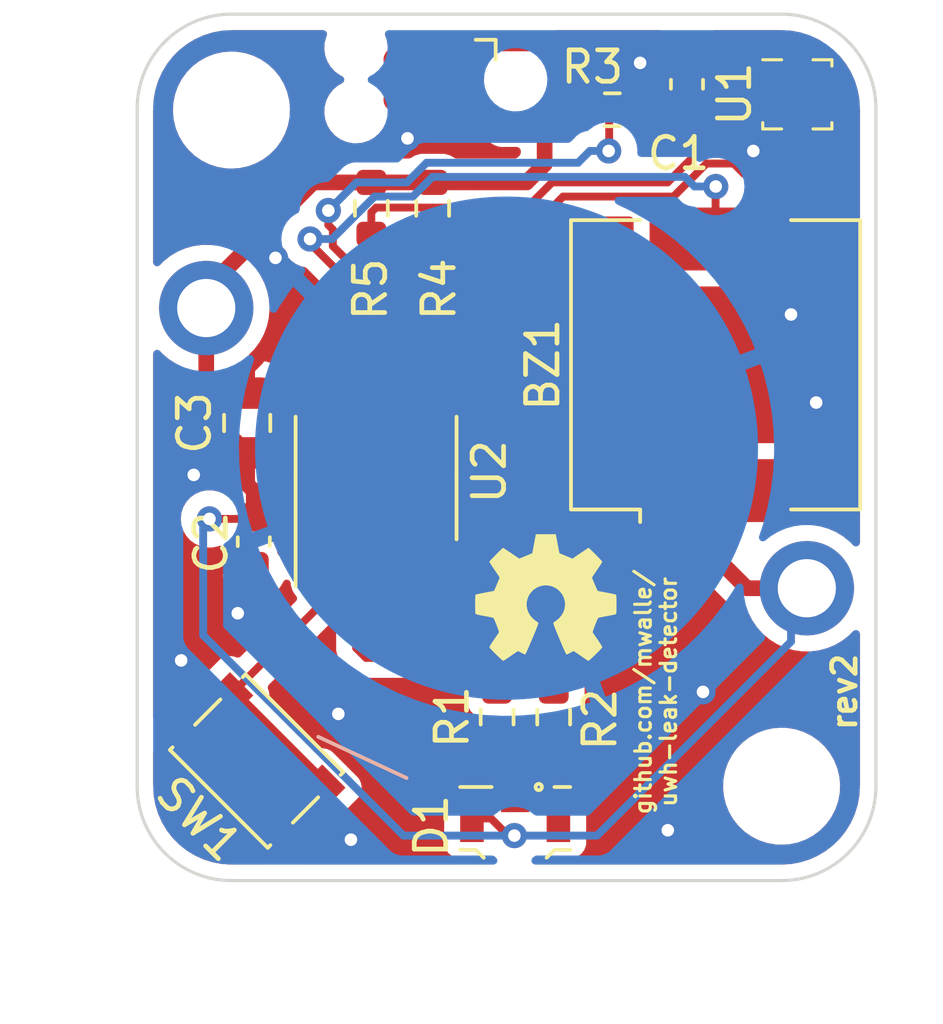
<source format=kicad_pcb>
(kicad_pcb (version 20211014) (generator pcbnew)
  (layers (0 "F.Cu" signal) (31 "B.Cu" signal) (34 "B.Paste" user) (35 "F.Paste" user) (36 "B.SilkS" user "B.Silkscreen") (37 "F.SilkS" user "F.Silkscreen") (38 "B.Mask" user) (39 "F.Mask" user) (44 "Edge.Cuts" user))
  (net 0 "")
  (net 1 "VCC")
  (net 2 "GND")
  (net 3 "/BUZZER")
  (net 4 "Net-(C1-Pad1)")
  (net 5 "Net-(D1-Pad2)")
  (net 6 "/SCL")
  (net 7 "/SDA")
  (net 8 "/~{RST}{slash}UPDI")
  (net 12 "/LED_RED")
  (net 13 "/LED_GREEN")
  (net 15 "Net-(D1-Pad1)")
  (footprint "Capacitor_SMD:C_0603_1608Metric" (layer "F.Cu") (at 117.49 64.68 90)
    (fp_text reference "C1" (at -2.2 -0.27 180) (layer "F.SilkS"))
    (fp_text value "100n")
    (fp_line (start -0.14058 0.51) (end 0.14058 0.51) (layer "F.SilkS") (width 0.12))
    (fp_line (start -0.14058 -0.51) (end 0.14058 -0.51) (layer "F.SilkS") (width 0.12))
    (pad "1" smd roundrect (at -0.775 0 90) (size 0.9 0.95) (layers "F.Cu" "F.Paste" "F.Mask") (net 4 "Net-(C1-Pad1)"))
    (pad "2" smd roundrect (at 0.775 0 90) (size 0.9 0.95) (layers "F.Cu" "F.Paste" "F.Mask") (net 2 "GND"))
  )
  (footprint "MountingHole:MountingHole_2.7mm_M2.5" (layer "F.Cu") (at 103 65.5)
    (fp_text reference "H2" hide)
    (fp_text value "MountingHole")
    (pad "" np_thru_hole circle (at 0 0) (size 2.7 2.7) (drill 2.7) (layers *.Cu *.Mask))
  )
  (footprint "Capacitor_SMD:C_0603_1608Metric" (layer "F.Cu") (at 103.71 79.225 -90)
    (fp_text reference "C2" (at 0.035 1.36 90) (layer "F.SilkS"))
    (fp_text value "100n")
    (fp_line (start -0.14058 -0.51) (end 0.14058 -0.51) (layer "F.SilkS") (width 0.12))
    (fp_line (start -0.14058 0.51) (end 0.14058 0.51) (layer "F.SilkS") (width 0.12))
    (pad "1" smd roundrect (at -0.775 0 270) (size 0.9 0.95) (layers "F.Cu" "F.Paste" "F.Mask") (net 1 "VCC"))
    (pad "2" smd roundrect (at 0.775 0 270) (size 0.9 0.95) (layers "F.Cu" "F.Paste" "F.Mask") (net 2 "GND"))
  )
  (footprint "Resistor_SMD:R_0603_1608Metric" (layer "F.Cu") (at 109.4 68.625 -90)
    (fp_text reference "R4" (at 2.575 -0.2 90) (layer "F.SilkS"))
    (fp_text value "10k")
    (fp_line (start -0.237258 -0.5225) (end 0.237258 -0.5225) (layer "F.SilkS") (width 0.12))
    (fp_line (start -0.237258 0.5225) (end 0.237258 0.5225) (layer "F.SilkS") (width 0.12))
    (pad "1" smd roundrect (at -0.825 0 270) (size 0.8 0.95) (layers "F.Cu" "F.Paste" "F.Mask") (net 1 "VCC"))
    (pad "2" smd roundrect (at 0.825 0 270) (size 0.8 0.95) (layers "F.Cu" "F.Paste" "F.Mask") (net 7 "/SDA"))
  )
  (footprint "Button_Switch_SMD:SW_SPST_PTS810" (layer "F.Cu") (at 103.8 86.2 135)
    (fp_text reference "SW1" (at 0 -2.6 135) (layer "F.SilkS"))
    (fp_text value "PTS810")
    (fp_line (start 2.2 1.7) (end 2.2 1.58) (layer "F.SilkS") (width 0.12))
    (fp_line (start 2.2 -1.58) (end 2.2 -1.7) (layer "F.SilkS") (width 0.12))
    (fp_line (start -2.2 -0.57) (end -2.2 0.57) (layer "F.SilkS") (width 0.12))
    (fp_line (start -2.2 1.7) (end 2.2 1.7) (layer "F.SilkS") (width 0.12))
    (fp_line (start 2.2 -1.7) (end -2.2 -1.7) (layer "F.SilkS") (width 0.12))
    (fp_line (start -2.2 1.58) (end -2.2 1.7) (layer "F.SilkS") (width 0.12))
    (fp_line (start 2.2 0.57) (end 2.2 -0.57) (layer "F.SilkS") (width 0.12))
    (fp_line (start -2.2 -1.7) (end -2.2 -1.58) (layer "F.SilkS") (width 0.12))
    (pad "1" smd rect (at 2.075 -1.075 135) (size 1.05 0.65) (layers "F.Cu" "F.Paste" "F.Mask") (net 2 "GND"))
    (pad "1" smd rect (at -2.075 -1.075 135) (size 1.05 0.65) (layers "F.Cu" "F.Paste" "F.Mask") (net 2 "GND"))
    (pad "2" smd rect (at -2.075 1.075 135) (size 1.05 0.65) (layers "F.Cu" "F.Paste" "F.Mask") (net 8 "/~{RST}{slash}UPDI"))
    (pad "2" smd rect (at 2.075 1.075 135) (size 1.05 0.65) (layers "F.Cu" "F.Paste" "F.Mask") (net 8 "/~{RST}{slash}UPDI"))
  )
  (footprint "Resistor_SMD:R_0603_1608Metric" (layer "F.Cu") (at 107.45 68.625 -90)
    (fp_text reference "R5" (at 2.575 0.03 90) (layer "F.SilkS"))
    (fp_text value "10k")
    (fp_line (start -0.237258 0.5225) (end 0.237258 0.5225) (layer "F.SilkS") (width 0.12))
    (fp_line (start -0.237258 -0.5225) (end 0.237258 -0.5225) (layer "F.SilkS") (width 0.12))
    (pad "1" smd roundrect (at -0.825 0 270) (size 0.8 0.95) (layers "F.Cu" "F.Paste" "F.Mask") (net 1 "VCC"))
    (pad "2" smd roundrect (at 0.825 0 270) (size 0.8 0.95) (layers "F.Cu" "F.Paste" "F.Mask") (net 6 "/SCL"))
  )
  (footprint "Package_SO:SOIC-8_3.9x4.9mm_P1.27mm" (layer "F.Cu") (at 107.6 77.2 90)
    (fp_text reference "U2" (at 0.2 3.6 90) (layer "F.SilkS"))
    (fp_text value "ATtiny412")
    (fp_line (start 0 2.56) (end -1.95 2.56) (layer "F.SilkS") (width 0.12))
    (fp_line (start 0 -2.56) (end 1.95 -2.56) (layer "F.SilkS") (width 0.12))
    (fp_line (start 0 -2.56) (end -3.45 -2.56) (layer "F.SilkS") (width 0.12))
    (fp_line (start 0 2.56) (end 1.95 2.56) (layer "F.SilkS") (width 0.12))
    (pad "1" smd roundrect (at -2.475 -1.905 90) (size 1.95 0.6) (layers "F.Cu" "F.Paste" "F.Mask") (net 1 "VCC"))
    (pad "2" smd roundrect (at -2.475 -0.635 90) (size 1.95 0.6) (layers "F.Cu" "F.Paste" "F.Mask") (net 12 "/LED_RED"))
    (pad "3" smd roundrect (at -2.475 0.635 90) (size 1.95 0.6) (layers "F.Cu" "F.Paste" "F.Mask") (net 13 "/LED_GREEN"))
    (pad "4" smd roundrect (at -2.475 1.905 90) (size 1.95 0.6) (layers "F.Cu" "F.Paste" "F.Mask") (net 7 "/SDA"))
    (pad "5" smd roundrect (at 2.475 1.905 90) (size 1.95 0.6) (layers "F.Cu" "F.Paste" "F.Mask") (net 6 "/SCL"))
    (pad "6" smd roundrect (at 2.475 0.635 90) (size 1.95 0.6) (layers "F.Cu" "F.Paste" "F.Mask") (net 8 "/~{RST}{slash}UPDI"))
    (pad "7" smd roundrect (at 2.475 -0.635 90) (size 1.95 0.6) (layers "F.Cu" "F.Paste" "F.Mask") (net 3 "/BUZZER"))
    (pad "8" smd roundrect (at 2.475 -1.905 90) (size 1.95 0.6) (layers "F.Cu" "F.Paste" "F.Mask") (net 2 "GND"))
  )
  (footprint "L_Package_LGA:Bosch_LGA-10_2x2mm_P0.5mm" (layer "F.Cu") (at 121 65)
    (fp_text reference "U1" (at -2 -0.01 90) (layer "F.SilkS"))
    (fp_text value "LPS22HH")
    (fp_line (start 1.1 1.1) (end 0.5 1.1) (layer "F.SilkS") (width 0.1))
    (fp_line (start 0.5 -1.1) (end 1.1 -1.1) (layer "F.SilkS") (width 0.1))
    (fp_line (start -1.1 -1.1) (end -0.5 -1.1) (layer "F.SilkS") (width 0.1))
    (fp_line (start 1.1 0.9) (end 1.1 1.1) (layer "F.SilkS") (width 0.1))
    (fp_line (start -1.1 1.1) (end -0.5 1.1) (layer "F.SilkS") (width 0.1))
    (fp_line (start 1.1 -1.1) (end 1.1 -0.9) (layer "F.SilkS") (width 0.1))
    (fp_line (start -1.1 1.1) (end -1.1 0.9) (layer "F.SilkS") (width 0.1))
    (pad "1" smd rect (at -0.75 -0.25) (size 0.325 0.3) (layers "F.Cu" "F.Paste" "F.Mask") (net 4 "Net-(C1-Pad1)"))
    (pad "2" smd rect (at -0.75 0.25) (size 0.325 0.3) (layers "F.Cu" "F.Paste" "F.Mask") (net 6 "/SCL"))
    (pad "3" smd rect (at -0.5 0.775) (size 0.3 0.325) (layers "F.Cu" "F.Paste" "F.Mask") (net 2 "GND"))
    (pad "4" smd rect (at 0 0.775) (size 0.3 0.325) (layers "F.Cu" "F.Paste" "F.Mask") (net 7 "/SDA"))
    (pad "5" smd rect (at 0.5 0.775) (size 0.3 0.325) (layers "F.Cu" "F.Paste" "F.Mask") (net 2 "GND"))
    (pad "6" smd rect (at 0.75 0.25) (size 0.325 0.3) (layers "F.Cu" "F.Paste" "F.Mask") (net 4 "Net-(C1-Pad1)"))
    (pad "7" smd rect (at 0.75 -0.25) (size 0.325 0.3) (layers "F.Cu" "F.Paste" "F.Mask"))
    (pad "8" smd rect (at 0.5 -0.775) (size 0.3 0.325) (layers "F.Cu" "F.Paste" "F.Mask") (net 2 "GND"))
    (pad "9" smd rect (at 0 -0.775) (size 0.3 0.325) (layers "F.Cu" "F.Paste" "F.Mask") (net 2 "GND"))
    (pad "10" smd rect (at -0.5 -0.775) (size 0.3 0.325) (layers "F.Cu" "F.Paste" "F.Mask") (net 4 "Net-(C1-Pad1)"))
  )
  (footprint "Resistor_SMD:R_0603_1608Metric" (layer "F.Cu") (at 115.115 65.49 180)
    (fp_text reference "R3" (at 0.635 1.36) (layer "F.SilkS"))
    (fp_text value "10R")
    (fp_line (start -0.237258 -0.5225) (end 0.237258 -0.5225) (layer "F.SilkS") (width 0.12))
    (fp_line (start -0.237258 0.5225) (end 0.237258 0.5225) (layer "F.SilkS") (width 0.12))
    (pad "1" smd roundrect (at -0.825 0 180) (size 0.8 0.95) (layers "F.Cu" "F.Paste" "F.Mask") (net 4 "Net-(C1-Pad1)"))
    (pad "2" smd roundrect (at 0.825 0 180) (size 0.8 0.95) (layers "F.Cu" "F.Paste" "F.Mask") (net 1 "VCC"))
  )
  (footprint "Resistor_SMD:R_0603_1608Metric" (layer "F.Cu") (at 113.25 84.8 90)
    (fp_text reference "R2" (at -0.08 1.47 270) (layer "F.SilkS"))
    (fp_text value "560R")
    (fp_line (start -0.237258 0.5225) (end 0.237258 0.5225) (layer "F.SilkS") (width 0.12))
    (fp_line (start -0.237258 -0.5225) (end 0.237258 -0.5225) (layer "F.SilkS") (width 0.12))
    (pad "1" smd roundrect (at -0.825 0 90) (size 0.8 0.95) (layers "F.Cu" "F.Paste" "F.Mask") (net 15 "Net-(D1-Pad1)"))
    (pad "2" smd roundrect (at 0.825 0 90) (size 0.8 0.95) (layers "F.Cu" "F.Paste" "F.Mask") (net 13 "/LED_GREEN"))
  )
  (footprint "MountingHole:MountingHole_2.7mm_M2.5" (layer "F.Cu") (at 120.5 87)
    (fp_text reference "H1" hide)
    (fp_text value "MountingHole")
    (pad "" np_thru_hole circle (at 0 0) (size 2.7 2.7) (drill 2.7) (layers *.Cu *.Mask))
  )
  (footprint "Capacitor_SMD:C_0805_2012Metric" (layer "F.Cu") (at 103.5 75.45 90)
    (fp_text reference "C3" (at 0 -1.68 90) (layer "F.SilkS"))
    (fp_text value "10u")
    (fp_line (start -0.261252 0.735) (end 0.261252 0.735) (layer "F.SilkS") (width 0.12))
    (fp_line (start -0.261252 -0.735) (end 0.261252 -0.735) (layer "F.SilkS") (width 0.12))
    (pad "1" smd roundrect (at -0.95 0 90) (size 1 1.45) (layers "F.Cu" "F.Paste" "F.Mask") (net 1 "VCC"))
    (pad "2" smd roundrect (at 0.95 0 90) (size 1 1.45) (layers "F.Cu" "F.Paste" "F.Mask") (net 2 "GND"))
  )
  (footprint "Symbol_Own:OSHW-Symbol_4x4.6mm_SilkScreen" (layer "F.Cu") (at 112.993726 82.002797)
    (fp_text reference "REF**" hide)
    (fp_text value "OSHW-Symbol_4x4.6mm_SilkScreen" hide)
    (fp_poly (pts (xy 0.376964 -2.709982) (xy 0.433812 -2.40843) (xy 0.853338 -2.235488) (xy 1.104984 -2.406605) (xy 1.175458 -2.45425) (xy 1.239163 -2.49679) (xy 1.293126 -2.532285) (xy 1.334373 -2.55879) (xy 1.359934 -2.574364) (xy 1.366895 -2.577722) (xy 1.379435 -2.569086) (xy 1.406231 -2.545208) (xy 1.44428 -2.509141) (xy 1.490579 -2.463933) (xy 1.542123 -2.412636) (xy 1.595909 -2.358299) (xy 1.648935 -2.303972) (xy 1.698195 -2.252705) (xy 1.740687 -2.207549) (xy 1.773407 -2.171554) (xy 1.793351 -2.14777) (xy 1.798119 -2.13981) (xy 1.791257 -2.125135) (xy 1.77202 -2.092986) (xy 1.74243 -2.046508) (xy 1.70451 -1.988844) (xy 1.660282 -1.92314) (xy 1.634654 -1.885664) (xy 1.587941 -1.817232) (xy 1.546432 -1.75548) (xy 1.51214 -1.703481) (xy 1.48708 -1.664308) (xy 1.473264 -1.641035) (xy 1.471188 -1.636145) (xy 1.475895 -1.622245) (xy 1.488723 -1.58985) (xy 1.507738 -1.543515) (xy 1.531003 -1.487794) (xy 1.556584 -1.427242) (xy 1.582545 -1.366414) (xy 1.60695 -1.309864) (xy 1.627863 -1.262148) (xy 1.643349 -1.227819) (xy 1.651472 -1.211432) (xy 1.651952 -1.210788) (xy 1.664707 -1.207659) (xy 1.698677 -1.200679) (xy 1.75034 -1.190533) (xy 1.816176 -1.177908) (xy 1.892664 -1.163491) (xy 1.93729 -1.155177) (xy 2.019021 -1.139616) (xy 2.092843 -1.124808) (xy 2.155021 -1.111564) (xy 2.201822 -1.100695) (xy 2.229509 -1.093011) (xy 2.235074 -1.090573) (xy 2.240526 -1.07407) (xy 2.244924 -1.0368) (xy 2.248272 -0.98312) (xy 2.250574 -0.917388) (xy 2.251832 -0.843963) (xy 2.252048 -0.767204) (xy 2.251227 -0.691468) (xy 2.249371 -0.621114) (xy 2.246482 -0.5605) (xy 2.242565 -0.513984) (xy 2.237622 -0.485925) (xy 2.234657 -0.480084) (xy 2.216934 -0.473083) (xy 2.179381 -0.463073) (xy 2.126964 -0.451231) (xy 2.064652 -0.438733) (xy 2.0429 -0.43469) (xy 1.938024 -0.41548) (xy 1.85518 -0.400009) (xy 1.79163 -0.387663) (xy 1.744637 -0.377827) (xy 1.711463 -0.369886) (xy 1.689371 -0.363224) (xy 1.675624 -0.357227) (xy 1.667484 -0.351281) (xy 1.666345 -0.350106) (xy 1.654977 -0.331174) (xy 1.637635 -0.294331) (xy 1.61605 -0.244087) (xy 1.591954 -0.184954) (xy 1.567079 -0.121444) (xy 1.543157 -0.058068) (xy 1.521919 0.000662) (xy 1.505097 0.050235) (xy 1.494422 0.086139) (xy 1.491627 0.103862) (xy 1.49186 0.104483) (xy 1.501331 0.11897) (xy 1.522818 0.150844) (xy 1.554063 0.196789) (xy 1.592807 0.253485) (xy 1.636793 0.317617) (xy 1.649319 0.335842) (xy 1.693984 0.401914) (xy 1.733288 0.4622) (xy 1.765088 0.513235) (xy 1.787245 0.55156) (xy 1.797617 0.573711) (xy 1.798119 0.576432) (xy 1.789405 0.590736) (xy 1.765325 0.619072) (xy 1.728976 0.658396) (xy 1.683453 0.705661) (xy 1.631852 0.757823) (xy 1.577267 0.811835) (xy 1.522794 0.864653) (xy 1.471529 0.913231) (xy 1.426567 0.954523) (xy 1.391004 0.985485) (xy 1.367935 1.00307) (xy 1.361554 1.005941) (xy 1.346699 0.999178) (xy 1.316286 0.980939) (xy 1.275268 0.954297) (xy 1.243709 0.932852) (xy 1.186525 0.893503) (xy 1.118806 0.847171) (xy 1.05088 0.800913) (xy 1.014361 0.776155) (xy 0.890752 0.692547) (xy 0.786991 0.74865) (xy 0.73972 0.773228) (xy 0.699523 0.792331) (xy 0.672326 0.803227) (xy 0.665402 0.804743) (xy 0.657077 0.793549) (xy 0.640654 0.761917) (xy 0.617357 0.712765) (xy 0.588414 0.64901) (xy 0.55505 0.573571) (xy 0.518491 0.489364) (xy 0.479964 0.399308) (xy 0.440694 0.306321) (xy 0.401908 0.21332) (xy 0.36483 0.123223) (xy 0.330689 0.038948) (xy 0.300708 -0.036587) (xy 0.276116 -0.100466) (xy 0.258136 -0.149769) (xy 0.247997 -0.181579) (xy 0.246366 -0.192504) (xy 0.259291 -0.206439) (xy 0.287589 -0.22906) (xy 0.325346 -0.255667) (xy 0.328515 -0.257772) (xy 0.4261 -0.335886) (xy 0.504786 -0.427018) (xy 0.563891 -0.528255) (xy 0.602732 -0.636682) (xy 0.620628 -0.749386) (xy 0.616897 -0.863452) (xy 0.590857 -0.975966) (xy 0.541825 -1.084015) (xy 0.5274 -1.107655) (xy 0.452369 -1.203113) (xy 0.36373 -1.279768) (xy 0.264549 -1.33722) (xy 0.157895 -1.375071) (xy 0.046836 -1.392922) (xy -0.065561 -1.390375) (xy -0.176227 -1.36703) (xy -0.282094 -1.32249) (xy -0.380095 -1.256355) (xy -0.41041 -1.229513) (xy -0.487562 -1.145488) (xy -0.543782 -1.057034) (xy -0.582347 -0.957885) (xy -0.603826 -0.859697) (xy -0.609128 -0.749303) (xy -0.591448 -0.63836) (xy -0.552581 -0.530619) (xy -0.494323 -0.429831) (xy -0.418469 -0.339744) (xy -0.326817 -0.264108) (xy -0.314772 -0.256136) (xy -0.276611 -0.230026) (xy -0.247601 -0.207405) (xy -0.233732 -0.192961) (xy -0.233531 -0.192504) (xy -0.236508 -0.176879) (xy -0.248311 -0.141418) (xy -0.267714 -0.089038) (xy -0.293488 -0.022655) (xy -0.324409 0.054814) (xy -0.359249 0.14045) (xy -0.396783 0.231337) (xy -0.435783 0.324559) (xy -0.475023 0.417197) (xy -0.513276 0.506335) (xy -0.549317 0.589055) (xy -0.581917 0.662441) (xy -0.609852 0.723575) (xy -0.631895 0.769541) (xy -0.646818 0.797421) (xy -0.652828 0.804743) (xy -0.671191 0.799041) (xy -0.705552 0.783749) (xy -0.749984 0.761599) (xy -0.774417 0.74865) (xy -0.878178 0.692547) (xy -1.001787 0.776155) (xy -1.064886 0.818987) (xy -1.13397 0.866122) (xy -1.198707 0.910503) (xy -1.231134 0.932852) (xy -1.276741 0.963477) (xy -1.31536 0.987747) (xy -1.341952 1.002587) (xy -1.35059 1.005724) (xy -1.363161 0.997261) (xy -1.390984 0.973636) (xy -1.431361 0.937302) (xy -1.481595 0.890711) (xy -1.538988 0.836317) (xy -1.575286 0.801392) (xy -1.63879 0.738996) (xy -1.693673 0.683188) (xy -1.737714 0.636354) (xy -1.768695 0.600882) (xy -1.784398 0.579161) (xy -1.785905 0.574752) (xy -1.778914 0.557985) (xy -1.759594 0.524082) (xy -1.730091 0.476476) (xy -1.692545 0.418599) (xy -1.6491 0.353884) (xy -1.636745 0.335842) (xy -1.591727 0.270267) (xy -1.55134 0.211228) (xy -1.51784 0.162042) (xy -1.493486 0.126028) (xy -1.480536 0.106502) (xy -1.479285 0.104483) (xy -1.481156 0.088922) (xy -1.491087 0.054709) (xy -1.507347 0.006355) (xy -1.528205 -0.051629) (xy -1.551927 -0.11473) (xy -1.576784 -0.178437) (xy -1.601042 -0.238239) (xy -1.622971 -0.289624) (xy -1.640838 -0.328081) (xy -1.652913 -0.349098) (xy -1.653771 -0.350106) (xy -1.661154 -0.356112) (xy -1.673625 -0.362052) (xy -1.69392 -0.36854) (xy -1.724778 -0.376191) (xy -1.768934 -0.38562) (xy -1.829126 -0.397441) (xy -1.908093 -0.412271) (xy -2.00857 -0.430723) (xy -2.030325 -0.43469) (xy -2.094802 -0.447147) (xy -2.151011 -0.459334) (xy -2.193987 -0.470074) (xy -2.21876 -0.478191) (xy -2.222082 -0.480084) (xy -2.227556 -0.496862) (xy -2.232006 -0.534355) (xy -2.235428 -0.588206) (xy -2.237819 -0.654056) (xy -2.239177 -0.727547) (xy -2.239499 -0.80432) (xy -2.238781 -0.880017) (xy -2.237021 -0.95028) (xy -2.234216 -1.01075) (xy -2.230362 -1.05707) (xy -2.225457 -1.084881) (xy -2.2225 -1.090573) (xy -2.206037 -1.096314) (xy -2.168551 -1.105655) (xy -2.113775 -1.117785) (xy -2.045445 -1.131893) (xy -1.967294 -1.14717) (xy -1.924716 -1.155177) (xy -1.843929 -1.170279) (xy -1.771887 -1.18396) (xy -1.712111 -1.195533) (xy -1.668121 -1.204313) (xy -1.643439 -1.209613) (xy -1.639377 -1.210788) (xy -1.632511 -1.224035) (xy -1.617998 -1.255943) (xy -1.597771 -1.301953) (xy -1.573766 -1.357508) (xy -1.547918 -1.418047) (xy -1.52216 -1.479014) (xy -1.498427 -1.535849) (xy -1.478654 -1.583994) (xy -1.464776 -1.61889) (xy -1.458726 -1.635979) (xy -1.458614 -1.636726) (xy -1.465472 -1.650207) (xy -1.484698 -1.68123) (xy -1.514272 -1.726711) (xy -1.552173 -1.783568) (xy -1.59638 -1.848717) (xy -1.622079 -1.886138) (xy -1.668907 -1.954753) (xy -1.710499 -2.017048) (xy -1.744825 -2.069871) (xy -1.769857 -2.110073) (xy -1.783565 -2.1345) (xy -1.785544 -2.139976) (xy -1.777034 -2.152722) (xy -1.753507 -2.179937) (xy -1.717968 -2.218572) (xy -1.673423 -2.265577) (xy -1.622877 -2.317905) (xy -1.569336 -2.372505) (xy -1.515805 -2.42633) (xy -1.465289 -2.47633) (xy -1.420794 -2.519457) (xy -1.385325 -2.552661) (xy -1.361887 -2.572894) (xy -1.354046 -2.577722) (xy -1.34128 -2.570933) (xy -1.310744 -2.551858) (xy -1.26541 -2.522439) (xy -1.208244 -2.484619) (xy -1.142216 -2.440339) (xy -1.09241 -2.406605) (xy -0.840764 -2.235488) (xy -0.631001 -2.321959) (xy -0.421237 -2.40843) (xy -0.364389 -2.709982) (xy -0.30754 -3.011534) (xy 0.320115 -3.011534) (xy 0.376964 -2.709982)) (layer "F.SilkS") (width 0.01) (fill solid))
  )
  (footprint "Resistor_SMD:R_0603_1608Metric" (layer "F.Cu") (at 111.45 84.8 90)
    (fp_text reference "R1" (at 0 -1.43 90) (layer "F.SilkS"))
    (fp_text value "100R")
    (fp_line (start -0.237258 -0.5225) (end 0.237258 -0.5225) (layer "F.SilkS") (width 0.12))
    (fp_line (start -0.237258 0.5225) (end 0.237258 0.5225) (layer "F.SilkS") (width 0.12))
    (pad "1" smd roundrect (at -0.825 0 90) (size 0.8 0.95) (layers "F.Cu" "F.Paste" "F.Mask") (net 5 "Net-(D1-Pad2)"))
    (pad "2" smd roundrect (at 0.825 0 90) (size 0.8 0.95) (layers "F.Cu" "F.Paste" "F.Mask") (net 12 "/LED_RED"))
  )
  (footprint "LED_SMD:LED_LiteOn_LTST-S326" (layer "F.Cu") (at 112.025 88.025 -90)
    (fp_text reference "D1" (at 0.235 2.665 90) (layer "F.SilkS"))
    (fp_text value "Everlight 12-22")
    (fp_line (start 1 -1.75) (end 1 -1.25) (layer "F.SilkS") (width 0.12))
    (fp_line (start 1 -1.25) (end 1.25 -1) (layer "F.SilkS") (width 0.12))
    (fp_line (start -1 1.75) (end -1 0.75) (layer "F.SilkS") (width 0.12))
    (fp_line (start 1 1.25) (end 1.25 1) (layer "F.SilkS") (width 0.12))
    (fp_line (start 1 1.25) (end 1 1.75) (layer "F.SilkS") (width 0.12))
    (fp_line (start -1 -1.75) (end -1 -1.25) (layer "F.SilkS") (width 0.12))
    (fp_circle (center -1 -0.75) (end -0.9 -0.75) (layer "F.SilkS") (width 0.12) (fill none))
    (pad "1" smd rect (at 0 -1.375 90) (size 1.5 0.75) (layers "F.Cu" "F.Paste" "F.Mask") (net 15 "Net-(D1-Pad1)"))
    (pad "2" smd rect (at -0.65 0 90) (size 0.9 0.9) (layers "F.Cu" "F.Paste" "F.Mask") (net 5 "Net-(D1-Pad2)"))
    (pad "3" smd rect (at 0 1.375 90) (size 1.5 0.75) (layers "F.Cu" "F.Paste" "F.Mask") (net 1 "VCC"))
  )
  (footprint "Connector:Tag-Connect_TC2030-IDC-NL_2x03_P1.27mm_Vertical" (layer "F.Cu") (at 109.5 64.535 180)
    (fp_text reference "J1" hide)
    (fp_text value "Conn_Atmel_ISP_TagConnect_TC2030")
    (fp_line (start -1.27 1.27) (end -1.905 1.27) (layer "F.SilkS") (width 0.12))
    (fp_line (start -1.905 1.27) (end -1.905 0.635) (layer "F.SilkS") (width 0.12))
    (pad "" np_thru_hole circle (at -2.54 0 180) (size 0.9906 0.9906) (drill 0.9906) (layers *.Cu *.Mask))
    (pad "" np_thru_hole circle (at 2.54 1.016 180) (size 0.9906 0.9906) (drill 0.9906) (layers *.Cu *.Mask))
    (pad "" np_thru_hole circle (at 2.54 -1.016 180) (size 0.9906 0.9906) (drill 0.9906) (layers *.Cu *.Mask))
    (pad "1" connect circle (at -1.27 0.635 180) (size 0.7874 0.7874) (layers "F.Cu" "F.Mask") (net 8 "/~{RST}{slash}UPDI"))
    (pad "2" connect circle (at -1.27 -0.635 180) (size 0.7874 0.7874) (layers "F.Cu" "F.Mask") (net 1 "VCC"))
    (pad "3" connect circle (at 0 0.635 180) (size 0.7874 0.7874) (layers "F.Cu" "F.Mask"))
    (pad "4" connect circle (at 0 -0.635 180) (size 0.7874 0.7874) (layers "F.Cu" "F.Mask"))
    (pad "5" connect circle (at 1.27 0.635 180) (size 0.7874 0.7874) (layers "F.Cu" "F.Mask"))
    (pad "6" connect circle (at 1.27 -0.635 180) (size 0.7874 0.7874) (layers "F.Cu" "F.Mask") (net 2 "GND"))
    (zone (net 0) (net_name "") (layer "F.Cu") (connect_pads (clearance 0)) (min_thickness 0.254)
      (keepout (tracks allowed) (vias not_allowed) (pads allowed) (copperpour not_allowed) (footprints not_allowed))
      (fill (thermal_gap 0.508) (thermal_bridge_width 0.508))
      (polygon (pts (xy 108.23 65.17) (xy 110.77 65.17) (xy 110.77 63.9) (xy 108.23 63.9)))
    )
  )
  (footprint "Buzzer_Beeper:Buzzer_CUI_CPT-9019S-SMT" (layer "F.Cu") (at 118.4 73.6 90)
    (fp_text reference "BZ1" (at 0 -5.5 90) (layer "F.SilkS"))
    (fp_text value "Visaton 3580")
    (fp_line (start -4.6 -4.6) (end 4.6 -4.6) (layer "F.SilkS") (width 0.12))
    (fp_line (start 4.6 4.6) (end -4.6 4.6) (layer "F.SilkS") (width 0.12))
    (fp_line (start -4.6 -4.6) (end -4.6 -2.4) (layer "F.SilkS") (width 0.12))
    (fp_line (start 4.6 -4.6) (end 4.6 -2.4) (layer "F.SilkS") (width 0.12))
    (fp_line (start -4.6 2.4) (end -4.6 4.6) (layer "F.SilkS") (width 0.12))
    (fp_line (start -4.6 -2.4) (end -5 -2.4) (layer "F.SilkS") (width 0.12))
    (fp_line (start 4.6 2.4) (end 4.6 4.6) (layer "F.SilkS") (width 0.12))
    (pad "1" smd rect (at -4 0 90) (size 2 4.2) (layers "F.Cu" "F.Paste" "F.Mask") (net 1 "VCC"))
    (pad "2" smd rect (at 4 0 90) (size 2 4.2) (layers "F.Cu" "F.Paste" "F.Mask") (net 3 "/BUZZER"))
  )
  (footprint "Battery_Keystone:BatteryHolder_Keystone_2899_1x2032" (layer "B.Cu") (at 111.75 76.25 155)
    (fp_text reference "BT1" hide)
    (fp_text value "CR2032")
    (fp_line (start -1.55 -10.85) (end 1.55 -10.85) (layer "B.SilkS") (width 0.12))
    (pad "1" thru_hole circle (at -10.54 0 155) (size 3 3) (drill 1.85) (layers *.Cu *.Mask) (net 1 "VCC"))
    (pad "1" thru_hole circle (at 10.54 0 155) (size 3 3) (drill 1.85) (layers *.Cu *.Mask) (net 1 "VCC"))
    (pad "2" smd circle (at 0 0 155) (size 16 16) (layers "B.Cu" "B.Mask") (net 2 "GND"))
  )
  (gr_line (start 123.5 65.45) (end 123.5 87) (layer "Edge.Cuts") (width 0.1))
  (gr_line (start 103 62.45) (end 120.5 62.45) (layer "Edge.Cuts") (width 0.1))
  (gr_arc (start 100 65.45) (mid 100.87868 63.32868) (end 103 62.45) (layer "Edge.Cuts") (width 0.1))
  (gr_line (start 103 90) (end 120.5 90) (layer "Edge.Cuts") (width 0.1))
  (gr_arc (start 123.5 87) (mid 122.62132 89.12132) (end 120.5 90) (layer "Edge.Cuts") (width 0.1))
  (gr_arc (start 120.5 62.45) (mid 122.62132 63.32868) (end 123.5 65.45) (layer "Edge.Cuts") (width 0.1))
  (gr_arc (start 103 90) (mid 100.87868 89.12132) (end 100 87) (layer "Edge.Cuts") (width 0.1))
  (gr_line (start 100 65.45) (end 100 87) (layer "Edge.Cuts") (width 0.1))
  (gr_text "rev2" (at 122.5 84 90) (layer "F.SilkS") (effects (font (size 0.75 0.75))))
  (gr_text "github.com/mwalle/\nuwh-leak-detector" (at 116.5 84 90) (layer "F.SilkS") (effects (font (size 0.5 0.5) (thickness 0.1))))
  (segment (start 112.386828 67.8) (end 112.961828 67.225) (width 0.5) (layer "F.Cu") (net 1))
  (segment (start 110.65 88.025) (end 111.255 88.025) (width 0.25) (layer "F.Cu") (net 1))
  (segment (start 118.4 77.6) (end 118.4 79.71) (width 0.5) (layer "F.Cu") (net 1))
  (segment (start 111.8 88.57) (end 112 88.57) (width 0.25) (layer "F.Cu") (net 1))
  (segment (start 104.45 78.45) (end 103.71 78.45) (width 0.5) (layer "F.Cu") (net 1))
  (segment (start 111.638172 66.038172) (end 112.961828 66.038172) (width 0.25) (layer "F.Cu") (net 1))
  (segment (start 104.7 78.7) (end 104.45 78.45) (width 0.5) (layer "F.Cu") (net 1))
  (segment (start 102.197516 75.097516) (end 103.5 76.4) (width 0.5) (layer "F.Cu") (net 1))
  (segment (start 113.51 65.49) (end 114.29 65.49) (width 0.5) (layer "F.Cu") (net 1))
  (segment (start 119.394396 80.704396) (end 121.302484 80.704396) (width 0.5) (layer "F.Cu") (net 1))
  (segment (start 112.961828 67.225) (end 112.961828 66.038172) (width 0.5) (layer "F.Cu") (net 1))
  (segment (start 102.197516 71.795604) (end 102.197516 71.200402) (width 0.5) (layer "F.Cu") (net 1))
  (segment (start 105.695 79.675) (end 104.875 79.675) (width 0.5) (layer "F.Cu") (net 1))
  (segment (start 105.597918 67.8) (end 107.45 67.8) (width 0.5) (layer "F.Cu") (net 1))
  (segment (start 102.197516 71.200402) (end 105.597918 67.8) (width 0.5) (layer "F.Cu") (net 1))
  (segment (start 102.197516 71.795604) (end 102.197516 75.097516) (width 0.5) (layer "F.Cu") (net 1))
  (segment (start 104.875 79.675) (end 104.7 79.5) (width 0.5) (layer "F.Cu") (net 1))
  (segment (start 111.255 88.025) (end 111.8 88.57) (width 0.25) (layer "F.Cu") (net 1))
  (segment (start 110.8 67.8) (end 112.386828 67.8) (width 0.5) (layer "F.Cu") (net 1))
  (segment (start 112.961828 66.038172) (end 113.51 65.49) (width 0.5) (layer "F.Cu") (net 1))
  (segment (start 103.71 78.45) (end 103.71 77.61) (width 0.5) (layer "F.Cu") (net 1))
  (segment (start 104.7 79.5) (end 104.7 78.7) (width 0.5) (layer "F.Cu") (net 1))
  (segment (start 110.77 65.17) (end 111.638172 66.038172) (width 0.25) (layer "F.Cu") (net 1))
  (segment (start 107.45 67.8) (end 109.4 67.8) (width 0.5) (layer "F.Cu") (net 1))
  (segment (start 102.3 78.5) (end 103.66 78.5) (width 0.25) (layer "F.Cu") (net 1))
  (segment (start 118.4 79.71) (end 119.394396 80.704396) (width 0.5) (layer "F.Cu") (net 1))
  (segment (start 103.71 77.61) (end 103.5 77.4) (width 0.5) (layer "F.Cu") (net 1))
  (segment (start 109.4 67.8) (end 110.8 67.8) (width 0.5) (layer "F.Cu") (net 1))
  (segment (start 103.66 78.5) (end 103.71 78.45) (width 0.25) (layer "F.Cu") (net 1))
  (segment (start 103.5 77.4) (end 103.5 76.4) (width 0.5) (layer "F.Cu") (net 1))
  (via (at 112 88.57) (size 0.8) (drill 0.4) (layers "F.Cu" "B.Cu") (net 1))
  (via (at 102.3 78.5) (size 0.8) (drill 0.4) (layers "F.Cu" "B.Cu") (net 1))
  (segment (start 112 88.57) (end 108.47 88.57) (width 0.25) (layer "B.Cu") (net 1))
  (segment (start 108.47 88.57) (end 102.1 82.2) (width 0.25) (layer "B.Cu") (net 1))
  (segment (start 102.1 82.2) (end 102.1 78.7) (width 0.25) (layer "B.Cu") (net 1))
  (segment (start 114.63 88.57) (end 120.8 82.4) (width 0.25) (layer "B.Cu") (net 1))
  (segment (start 112 88.57) (end 114.63 88.57) (width 0.25) (layer "B.Cu") (net 1))
  (segment (start 120.8 81.20688) (end 121.302484 80.704396) (width 0.25) (layer "B.Cu") (net 1))
  (segment (start 102.1 78.7) (end 102.3 78.5) (width 0.25) (layer "B.Cu") (net 1))
  (segment (start 120.8 82.4) (end 120.8 81.20688) (width 0.25) (layer "B.Cu") (net 1))
  (segment (start 103.5 74.5) (end 103.5 73.7) (width 0.5) (layer "F.Cu") (net 2))
  (segment (start 108.23 65.17) (end 108.23 66.03) (width 0.25) (layer "F.Cu") (net 2))
  (segment (start 121.5 65.775) (end 121.5 66.5) (width 0.25) (layer "F.Cu") (net 2))
  (segment (start 121 64.225) (end 121 63.31) (width 0.25) (layer "F.Cu") (net 2))
  (segment (start 105.695 71.495) (end 104.4 70.2) (width 0.5) (layer "F.Cu") (net 2))
  (segment (start 121.32 63.31) (end 121 63.31) (width 0.25) (layer "F.Cu") (net 2))
  (segment (start 103.5 73.7) (end 103.8 73.4) (width 0.5) (layer "F.Cu") (net 2))
  (segment (start 121.5 63.49) (end 121.32 63.31) (width 0.25) (layer "F.Cu") (net 2))
  (segment (start 104.925 74.725) (end 104.7 74.5) (width 0.5) (layer "F.Cu") (net 2))
  (segment (start 120.5 66.5) (end 120.5 65.775) (width 0.25) (layer "F.Cu") (net 2))
  (segment (start 105.695 74.725) (end 105.695 71.495) (width 0.5) (layer "F.Cu") (net 2))
  (segment (start 105.695 74.725) (end 104.925 74.725) (width 0.5) (layer "F.Cu") (net 2))
  (segment (start 108.23 66.03) (end 108.6 66.4) (width 0.25) (layer "F.Cu") (net 2))
  (segment (start 120.2 66.8) (end 120.5 66.5) (width 0.25) (layer "F.Cu") (net 2))
  (segment (start 121.5 64.225) (end 121.5 63.49) (width 0.25) (layer "F.Cu") (net 2))
  (segment (start 119.6 66.8) (end 120.2 66.8) (width 0.25) (layer "F.Cu") (net 2))
  (segment (start 121.5 66.5) (end 122 67) (width 0.25) (layer "F.Cu") (net 2))
  (segment (start 104.7 74.5) (end 103.5 74.5) (width 0.5) (layer "F.Cu") (net 2))
  (via (at 116 64) (size 0.8) (drill 0.4) (layers "F.Cu" "B.Cu") (net 2))
  (via (at 121.6 74.8) (size 0.8) (drill 0.4) (layers "F.Cu" "B.Cu") (net 2))
  (via (at 108.6 66.4) (size 0.8) (drill 0.4) (layers "F.Cu" "B.Cu") (net 2))
  (via (at 101.4 83) (size 0.8) (drill 0.4) (layers "F.Cu" "B.Cu") (net 2))
  (via (at 119.6 66.8) (size 0.8) (drill 0.4) (layers "F.Cu" "B.Cu") (net 2))
  (via (at 116.88 88.4) (size 0.8) (drill 0.4) (layers "F.Cu" "B.Cu") (net 2))
  (via (at 106.8 88.7) (size 0.8) (drill 0.4) (layers "F.Cu" "B.Cu") (net 2))
  (via (at 101.8 77.1) (size 0.8) (drill 0.4) (layers "F.Cu" "B.Cu") (net 2))
  (via (at 120.8 72) (size 0.8) (drill 0.4) (layers "F.Cu" "B.Cu") (net 2))
  (via (at 118 84) (size 0.8) (drill 0.4) (layers "F.Cu" "B.Cu") (net 2))
  (via (at 103.2 81.5) (size 0.8) (drill 0.4) (layers "F.Cu" "B.Cu") (net 2))
  (via (at 106.4 84.7) (size 0.8) (drill 0.4) (layers "F.Cu" "B.Cu") (net 2))
  (via (at 104.4 70.2) (size 0.8) (drill 0.4) (layers "F.Cu" "B.Cu") (net 2))
  (segment (start 110.45 76.25) (end 111.75 76.25) (width 0.5) (layer "B.Cu") (net 2))
  (segment (start 104.4 70.2) (end 110.45 76.25) (width 0.5) (layer "B.Cu") (net 2))
  (segment (start 118.4 67.93569) (end 118.405595 67.930095) (width 0.25) (layer "F.Cu") (net 3))
  (segment (start 105.5005 69.736896) (end 106.965 71.201396) (width 0.25) (layer "F.Cu") (net 3))
  (segment (start 106.965 71.201396) (end 106.965 74.725) (width 0.25) (layer "F.Cu") (net 3))
  (segment (start 105.5005 69.6) (end 105.5005 69.736896) (width 0.25) (layer "F.Cu") (net 3))
  (segment (start 118.4 69.6) (end 118.4 67.93569) (width 0.25) (layer "F.Cu") (net 3))
  (via (at 105.5005 69.6) (size 0.8) (drill 0.4) (layers "F.Cu" "B.Cu") (net 3))
  (via (at 118.405595 67.930095) (size 0.8) (drill 0.4) (layers "F.Cu" "B.Cu") (net 3))
  (segment (start 108.768198 68.25) (end 109.393198 67.625) (width 0.25) (layer "B.Cu") (net 3))
  (segment (start 105.5005 69.6) (end 106.2 69.6) (width 0.25) (layer "B.Cu") (net 3))
  (segment (start 117.425 67.625) (end 117.730095 67.930095) (width 0.25) (layer "B.Cu") (net 3))
  (segment (start 106.2 69.6) (end 107.55 68.25) (width 0.25) (layer "B.Cu") (net 3))
  (segment (start 107.55 68.25) (end 108.768198 68.25) (width 0.25) (layer "B.Cu") (net 3))
  (segment (start 117.730095 67.930095) (end 118.405595 67.930095) (width 0.25) (layer "B.Cu") (net 3))
  (segment (start 109.393198 67.625) (end 117.425 67.625) (width 0.25) (layer "B.Cu") (net 3))
  (segment (start 120.25 64.75) (end 119.58 64.75) (width 0.25) (layer "F.Cu") (net 4))
  (segment (start 119.56 64.36) (end 119.56 64.73) (width 0.25) (layer "F.Cu") (net 4))
  (segment (start 120.5 64.225) (end 119.695 64.225) (width 0.25) (layer "F.Cu") (net 4))
  (segment (start 118.265 65.455) (end 117.49 65.455) (width 0.25) (layer "F.Cu") (net 4))
  (segment (start 117.49 65.455) (end 115.975 65.455) (width 0.2) (layer "F.Cu") (net 4))
  (segment (start 119.58 64.75) (end 118.97 64.75) (width 0.25) (layer "F.Cu") (net 4))
  (segment (start 115.975 65.455) (end 115.94 65.49) (width 0.2) (layer "F.Cu") (net 4))
  (segment (start 119.695 64.225) (end 119.56 64.36) (width 0.25) (layer "F.Cu") (net 4))
  (segment (start 120.75 64.75) (end 121.25 65.25) (width 0.25) (layer "F.Cu") (net 4))
  (segment (start 120.25 64.75) (end 120.75 64.75) (width 0.25) (layer "F.Cu") (net 4))
  (segment (start 119.56 64.73) (end 119.58 64.75) (width 0.25) (layer "F.Cu") (net 4))
  (segment (start 121.25 65.25) (end 121.75 65.25) (width 0.25) (layer "F.Cu") (net 4))
  (segment (start 118.97 64.75) (end 118.265 65.455) (width 0.25) (layer "F.Cu") (net 4))
  (segment (start 111.45 85.625) (end 111.45 86.25) (width 0.25) (layer "F.Cu") (net 5))
  (segment (start 111.5 86.3) (end 112.025 86.825) (width 0.25) (layer "F.Cu") (net 5))
  (segment (start 111.45 86.25) (end 111.5 86.3) (width 0.25) (layer "F.Cu") (net 5))
  (segment (start 112.025 86.825) (end 112.025 87.375) (width 0.25) (layer "F.Cu") (net 5))
  (segment (start 107.45 70.25) (end 108.8 71.6) (width 0.25) (layer "F.Cu") (net 6))
  (segment (start 112.4 68.6) (end 113.2 67.8) (width 0.25) (layer "F.Cu") (net 6))
  (segment (start 107.6 68.6) (end 112.4 68.6) (width 0.25) (layer "F.Cu") (net 6))
  (segment (start 113.2 67.8) (end 116.874695 67.8) (width 0.25) (layer "F.Cu") (net 6))
  (segment (start 107.45 69.45) (end 107.45 70.25) (width 0.25) (layer "F.Cu") (net 6))
  (segment (start 116.874695 67.8) (end 119.424696 65.25) (width 0.25) (layer "F.Cu") (net 6))
  (segment (start 108.8 71.6) (end 108.8 72.7) (width 0.25) (layer "F.Cu") (net 6))
  (segment (start 107.45 69.45) (end 107.45 68.75) (width 0.25) (layer "F.Cu") (net 6))
  (segment (start 107.45 68.75) (end 107.6 68.6) (width 0.25) (layer "F.Cu") (net 6))
  (segment (start 109.505 73.405) (end 109.505 74.725) (width 0.25) (layer "F.Cu") (net 6))
  (segment (start 119.424696 65.25) (end 120.25 65.25) (width 0.25) (layer "F.Cu") (net 6))
  (segment (start 108.8 72.7) (end 109.505 73.405) (width 0.25) (layer "F.Cu") (net 6))
  (segment (start 119.299695 67.525) (end 118.974695 67.2) (width 0.25) (layer "F.Cu") (net 7))
  (segment (start 117.061091 68.25) (end 113.55 68.25) (width 0.25) (layer "F.Cu") (net 7))
  (segment (start 109.505 79.675) (end 109.505 76.795) (width 0.25) (layer "F.Cu") (net 7))
  (segment (start 110.13 76.17) (end 110.13 73.33) (width 0.25) (layer "F.Cu") (net 7))
  (segment (start 121 66.636396) (end 120.111396 67.525) (width 0.25) (layer "F.Cu") (net 7))
  (segment (start 113.55 68.25) (end 112.35 69.45) (width 0.25) (layer "F.Cu") (net 7))
  (segment (start 110.13 73.33) (end 109.4 72.6) (width 0.25) (layer "F.Cu") (net 7))
  (segment (start 109.505 76.795) (end 110.13 76.17) (width 0.25) (layer "F.Cu") (net 7))
  (segment (start 120.111396 67.525) (end 119.299695 67.525) (width 0.25) (layer "F.Cu") (net 7))
  (segment (start 112.35 69.45) (end 109.4 69.45) (width 0.25) (layer "F.Cu") (net 7))
  (segment (start 121 65.775) (end 121 66.636396) (width 0.25) (layer "F.Cu") (net 7))
  (segment (start 109.4 72.6) (end 109.4 69.45) (width 0.25) (layer "F.Cu") (net 7))
  (segment (start 118.974695 67.2) (end 118.111091 67.2) (width 0.25) (layer "F.Cu") (net 7))
  (segment (start 118.111091 67.2) (end 117.061091 68.25) (width 0.25) (layer "F.Cu") (net 7))
  (segment (start 106.081256 69.155451) (end 106.2255 69.299695) (width 0.25) (layer "F.Cu") (net 8))
  (segment (start 108.235 78.165) (end 108.235 74.725) (width 0.25) (layer "F.Cu") (net 8))
  (segment (start 106.34 78.653249) (end 106.618249 78.375) (width 0.25) (layer "F.Cu") (net 8))
  (segment (start 106.027386 86.907107) (end 103.092893 83.972614) (width 0.25) (layer "F.Cu") (net 8))
  (segment (start 106.618249 78.375) (end 108.025 78.375) (width 0.25) (layer "F.Cu") (net 8))
  (segment (start 113.8 64.6) (end 112.706301 63.506301) (width 0.25) (layer "F.Cu") (net 8))
  (segment (start 111.163699 63.506301) (end 110.77 63.9) (width 0.25) (layer "F.Cu") (net 8))
  (segment (start 108.025 78.375) (end 108.235 78.165) (width 0.25) (layer "F.Cu") (net 8))
  (segment (start 115.015 66.785) (end 115.015 64.815) (width 0.25) (layer "F.Cu") (net 8))
  (segment (start 106.34 80.725507) (end 106.34 78.653249) (width 0.25) (layer "F.Cu") (net 8))
  (segment (start 115 66.8) (end 115.015 66.785) (width 0.25) (layer "F.Cu") (net 8))
  (segment (start 114.8 64.6) (end 113.8 64.6) (width 0.25) (layer "F.Cu") (net 8))
  (segment (start 106.2255 69.299695) (end 106.2255 69.8255) (width 0.25) (layer "F.Cu") (net 8))
  (segment (start 112.706301 63.506301) (end 111.163699 63.506301) (width 0.25) (layer "F.Cu") (net 8))
  (segment (start 106.081256 68.694146) (end 106.081256 69.155451) (width 0.25) (layer "F.Cu") (net 8))
  (segment (start 108.235 71.835) (end 108.235 74.725) (width 0.25) (layer "F.Cu") (net 8))
  (segment (start 103.092893 83.972614) (end 106.34 80.725507) (width 0.25) (layer "F.Cu") (net 8))
  (segment (start 106.2255 69.8255) (end 108.235 71.835) (width 0.25) (layer "F.Cu") (net 8))
  (segment (start 115.015 64.815) (end 114.8 64.6) (width 0.25) (layer "F.Cu") (net 8))
  (via (at 115 66.8) (size 0.8) (drill 0.4) (layers "F.Cu" "B.Cu") (net 8))
  (via (at 106.081256 68.694146) (size 0.8) (drill 0.4) (layers "F.Cu" "B.Cu") (net 8))
  (segment (start 115 66.8) (end 114.4 66.8) (width 0.25) (layer "B.Cu") (net 8))
  (segment (start 114.025 67.175) (end 109.206802 67.175) (width 0.25) (layer "B.Cu") (net 8))
  (segment (start 108.581802 67.8) (end 106.975402 67.8) (width 0.25) (layer "B.Cu") (net 8))
  (segment (start 106.975402 67.8) (end 106.081256 68.694146) (width 0.25) (layer "B.Cu") (net 8))
  (segment (start 114.4 66.8) (end 114.025 67.175) (width 0.25) (layer "B.Cu") (net 8))
  (segment (start 109.206802 67.175) (end 108.581802 67.8) (width 0.25) (layer "B.Cu") (net 8))
  (segment (start 111.45 83.21) (end 111.16 82.92) (width 0.25) (layer "F.Cu") (net 12))
  (segment (start 111.45 83.975) (end 111.45 83.21) (width 0.25) (layer "F.Cu") (net 12))
  (segment (start 106.965 82.605) (end 106.965 79.675) (width 0.25) (layer "F.Cu") (net 12))
  (segment (start 111.16 82.92) (end 107.28 82.92) (width 0.25) (layer "F.Cu") (net 12))
  (segment (start 107.28 82.92) (end 106.965 82.605) (width 0.25) (layer "F.Cu") (net 12))
  (segment (start 113.09 82.47) (end 113.25 82.63) (width 0.25) (layer "F.Cu") (net 13))
  (segment (start 108.235 82.275) (end 108.235 79.675) (width 0.25) (layer "F.Cu") (net 13))
  (segment (start 108.235 82.275) (end 108.43 82.47) (width 0.25) (layer "F.Cu") (net 13))
  (segment (start 113.25 82.63) (end 113.25 83.975) (width 0.25) (layer "F.Cu") (net 13))
  (segment (start 108.43 82.47) (end 113.09 82.47) (width 0.25) (layer "F.Cu") (net 13))
  (segment (start 113.25 86.45) (end 113.25 85.625) (width 0.25) (layer "F.Cu") (net 15))
  (segment (start 113.4 88.025) (end 113.4 86.6) (width 0.25) (layer "F.Cu") (net 15))
  (segment (start 113.4 86.6) (end 113.25 86.45) (width 0.25) (layer "F.Cu") (net 15))
  (zone (net 2) (net_name "GND") (layers F&B.Cu) (connect_pads (clearance 0.508)) (min_thickness 0.254) (fill yes (thermal_gap 0.508) (thermal_bridge_width 0.508))
    (polygon (pts (xy 124 90) (xy 100 90) (xy 100 62) (xy 124 62)))
  )
)
</source>
